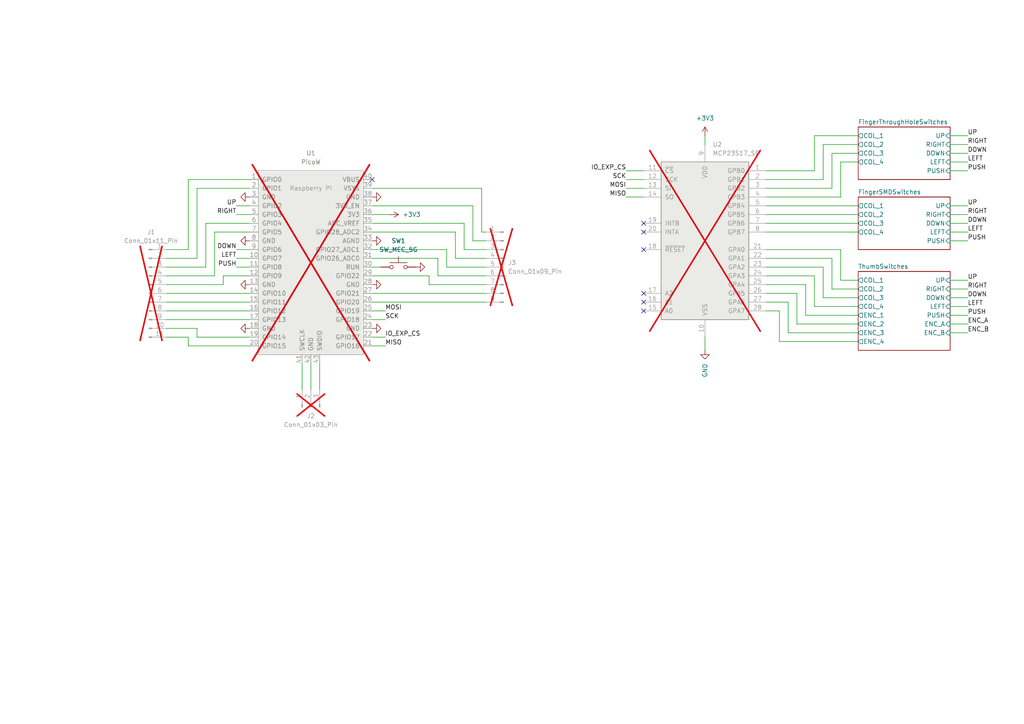
<source format=kicad_sch>
(kicad_sch (version 20230121) (generator eeschema)
  (paper "A4")
  (lib_symbols
    (symbol "Connector:Conn_01x03_Pin" (pin_names (offset 1.016) hide)
      (property "Reference" "J" (at 0 5.08 0))
      (property "Value" "Conn_01x03_Pin" (at 0 -5.08 0))
      (symbol "Conn_01x03_Pin_1_1"
        (polyline (pts (xy 1.27 -2.54) (xy 0.8636 -2.54)) (stroke (width 0.1524)))
        (polyline (pts (xy 1.27 0) (xy 0.8636 0)) (stroke (width 0.1524)))
        (polyline (pts (xy 1.27 2.54) (xy 0.8636 2.54)) (stroke (width 0.1524)))
        (rectangle (start 0.8636 -2.413) (end 0 -2.667) (stroke (width 0.1524)) (fill (type outline)))
        (rectangle (start 0.8636 0.127) (end 0 -0.127) (stroke (width 0.1524)) (fill (type outline)))
        (rectangle (start 0.8636 2.667) (end 0 2.413) (stroke (width 0.1524)) (fill (type outline)))
        (pin passive line (at 5.08 2.54 180) (length 3.81) (name "Pin_1") (number "1"))
        (pin passive line (at 5.08 0 180) (length 3.81) (name "Pin_2") (number "2"))
        (pin passive line (at 5.08 -2.54 180) (length 3.81) (name "Pin_3") (number "3"))
      )
    )
    (symbol "Connector:Conn_01x09_Pin" (pin_names (offset 1.016) hide)
      (property "Reference" "J" (at 0 12.7 0))
      (property "Value" "Conn_01x09_Pin" (at 0 -12.7 0))
      (symbol "Conn_01x09_Pin_1_1"
        (polyline (pts (xy 1.27 -10.16) (xy 0.8636 -10.16)) (stroke (width 0.1524)))
        (polyline (pts (xy 1.27 -7.62) (xy 0.8636 -7.62)) (stroke (width 0.1524)))
        (polyline (pts (xy 1.27 -5.08) (xy 0.8636 -5.08)) (stroke (width 0.1524)))
        (polyline (pts (xy 1.27 -2.54) (xy 0.8636 -2.54)) (stroke (width 0.1524)))
        (polyline (pts (xy 1.27 0) (xy 0.8636 0)) (stroke (width 0.1524)))
        (polyline (pts (xy 1.27 2.54) (xy 0.8636 2.54)) (stroke (width 0.1524)))
        (polyline (pts (xy 1.27 5.08) (xy 0.8636 5.08)) (stroke (width 0.1524)))
        (polyline (pts (xy 1.27 7.62) (xy 0.8636 7.62)) (stroke (width 0.1524)))
        (polyline (pts (xy 1.27 10.16) (xy 0.8636 10.16)) (stroke (width 0.1524)))
        (rectangle (start 0.8636 -10.033) (end 0 -10.287) (stroke (width 0.1524)) (fill (type outline)))
        (rectangle (start 0.8636 -7.493) (end 0 -7.747) (stroke (width 0.1524)) (fill (type outline)))
        (rectangle (start 0.8636 -4.953) (end 0 -5.207) (stroke (width 0.1524)) (fill (type outline)))
        (rectangle (start 0.8636 -2.413) (end 0 -2.667) (stroke (width 0.1524)) (fill (type outline)))
        (rectangle (start 0.8636 0.127) (end 0 -0.127) (stroke (width 0.1524)) (fill (type outline)))
        (rectangle (start 0.8636 2.667) (end 0 2.413) (stroke (width 0.1524)) (fill (type outline)))
        (rectangle (start 0.8636 5.207) (end 0 4.953) (stroke (width 0.1524)) (fill (type outline)))
        (rectangle (start 0.8636 7.747) (end 0 7.493) (stroke (width 0.1524)) (fill (type outline)))
        (rectangle (start 0.8636 10.287) (end 0 10.033) (stroke (width 0.1524)) (fill (type outline)))
        (pin passive line (at 5.08 10.16 180) (length 3.81) (name "Pin_1") (number "1"))
        (pin passive line (at 5.08 7.62 180) (length 3.81) (name "Pin_2") (number "2"))
        (pin passive line (at 5.08 5.08 180) (length 3.81) (name "Pin_3") (number "3"))
        (pin passive line (at 5.08 2.54 180) (length 3.81) (name "Pin_4") (number "4"))
        (pin passive line (at 5.08 0 180) (length 3.81) (name "Pin_5") (number "5"))
        (pin passive line (at 5.08 -2.54 180) (length 3.81) (name "Pin_6") (number "6"))
        (pin passive line (at 5.08 -5.08 180) (length 3.81) (name "Pin_7") (number "7"))
        (pin passive line (at 5.08 -7.62 180) (length 3.81) (name "Pin_8") (number "8"))
        (pin passive line (at 5.08 -10.16 180) (length 3.81) (name "Pin_9") (number "9"))
      )
    )
    (symbol "Connector:Conn_01x11_Pin" (pin_names (offset 1.016) hide)
      (property "Reference" "J" (at 0 15.24 0))
      (property "Value" "Conn_01x11_Pin" (at 0 -15.24 0))
      (symbol "Conn_01x11_Pin_1_1"
        (polyline (pts (xy 1.27 -12.7) (xy 0.8636 -12.7)) (stroke (width 0.1524)))
        (polyline (pts (xy 1.27 -10.16) (xy 0.8636 -10.16)) (stroke (width 0.1524)))
        (polyline (pts (xy 1.27 -7.62) (xy 0.8636 -7.62)) (stroke (width 0.1524)))
        (polyline (pts (xy 1.27 -5.08) (xy 0.8636 -5.08)) (stroke (width 0.1524)))
        (polyline (pts (xy 1.27 -2.54) (xy 0.8636 -2.54)) (stroke (width 0.1524)))
        (polyline (pts (xy 1.27 0) (xy 0.8636 0)) (stroke (width 0.1524)))
        (polyline (pts (xy 1.27 2.54) (xy 0.8636 2.54)) (stroke (width 0.1524)))
        (polyline (pts (xy 1.27 5.08) (xy 0.8636 5.08)) (stroke (width 0.1524)))
        (polyline (pts (xy 1.27 7.62) (xy 0.8636 7.62)) (stroke (width 0.1524)))
        (polyline (pts (xy 1.27 10.16) (xy 0.8636 10.16)) (stroke (width 0.1524)))
        (polyline (pts (xy 1.27 12.7) (xy 0.8636 12.7)) (stroke (width 0.1524)))
        (rectangle (start 0.8636 -12.573) (end 0 -12.827) (stroke (width 0.1524)) (fill (type outline)))
        (rectangle (start 0.8636 -10.033) (end 0 -10.287) (stroke (width 0.1524)) (fill (type outline)))
        (rectangle (start 0.8636 -7.493) (end 0 -7.747) (stroke (width 0.1524)) (fill (type outline)))
        (rectangle (start 0.8636 -4.953) (end 0 -5.207) (stroke (width 0.1524)) (fill (type outline)))
        (rectangle (start 0.8636 -2.413) (end 0 -2.667) (stroke (width 0.1524)) (fill (type outline)))
        (rectangle (start 0.8636 0.127) (end 0 -0.127) (stroke (width 0.1524)) (fill (type outline)))
        (rectangle (start 0.8636 2.667) (end 0 2.413) (stroke (width 0.1524)) (fill (type outline)))
        (rectangle (start 0.8636 5.207) (end 0 4.953) (stroke (width 0.1524)) (fill (type outline)))
        (rectangle (start 0.8636 7.747) (end 0 7.493) (stroke (width 0.1524)) (fill (type outline)))
        (rectangle (start 0.8636 10.287) (end 0 10.033) (stroke (width 0.1524)) (fill (type outline)))
        (rectangle (start 0.8636 12.827) (end 0 12.573) (stroke (width 0.1524)) (fill (type outline)))
        (pin passive line (at 5.08 12.7 180) (length 3.81) (name "Pin_1") (number "1"))
        (pin passive line (at 5.08 -10.16 180) (length 3.81) (name "Pin_10") (number "10"))
        (pin passive line (at 5.08 -12.7 180) (length 3.81) (name "Pin_11") (number "11"))
        (pin passive line (at 5.08 10.16 180) (length 3.81) (name "Pin_2") (number "2"))
        (pin passive line (at 5.08 7.62 180) (length 3.81) (name "Pin_3") (number "3"))
        (pin passive line (at 5.08 5.08 180) (length 3.81) (name "Pin_4") (number "4"))
        (pin passive line (at 5.08 2.54 180) (length 3.81) (name "Pin_5") (number "5"))
        (pin passive line (at 5.08 0 180) (length 3.81) (name "Pin_6") (number "6"))
        (pin passive line (at 5.08 -2.54 180) (length 3.81) (name "Pin_7") (number "7"))
        (pin passive line (at 5.08 -5.08 180) (length 3.81) (name "Pin_8") (number "8"))
        (pin passive line (at 5.08 -7.62 180) (length 3.81) (name "Pin_9") (number "9"))
      )
    )
    (symbol "Interface_Expansion:MCP23S17_SP" (pin_names (offset 1.016))
      (property "Reference" "U" (at -11.43 24.13 0))
      (property "Value" "MCP23S17_SP" (at 0 0 0))
      (symbol "MCP23S17_SP_0_1"
        (rectangle (start -12.7 22.86) (end 12.7 -22.86) (stroke (width 0.254)) (fill (type background)))
      )
      (symbol "MCP23S17_SP_1_1"
        (pin bidirectional line (at 17.78 20.32 180) (length 5.08) (name "GPB0") (number "1"))
        (pin power_in line (at 0 -27.94 90) (length 5.08) (name "VSS") (number "10"))
        (pin input line (at -17.78 20.32 0) (length 5.08) (name "~{CS}") (number "11"))
        (pin input line (at -17.78 17.78 0) (length 5.08) (name "SCK") (number "12"))
        (pin input line (at -17.78 15.24 0) (length 5.08) (name "SI") (number "13"))
        (pin output line (at -17.78 12.7 0) (length 5.08) (name "SO") (number "14"))
        (pin input line (at -17.78 -20.32 0) (length 5.08) (name "A0") (number "15"))
        (pin input line (at -17.78 -17.78 0) (length 5.08) (name "A1") (number "16"))
        (pin input line (at -17.78 -15.24 0) (length 5.08) (name "A2") (number "17"))
        (pin input line (at -17.78 -2.54 0) (length 5.08) (name "~{RESET}") (number "18"))
        (pin tri_state line (at -17.78 5.08 0) (length 5.08) (name "INTB") (number "19"))
        (pin bidirectional line (at 17.78 17.78 180) (length 5.08) (name "GPB1") (number "2"))
        (pin tri_state line (at -17.78 2.54 0) (length 5.08) (name "INTA") (number "20"))
        (pin bidirectional line (at 17.78 -2.54 180) (length 5.08) (name "GPA0") (number "21"))
        (pin bidirectional line (at 17.78 -5.08 180) (length 5.08) (name "GPA1") (number "22"))
        (pin bidirectional line (at 17.78 -7.62 180) (length 5.08) (name "GPA2") (number "23"))
        (pin bidirectional line (at 17.78 -10.16 180) (length 5.08) (name "GPA3") (number "24"))
        (pin bidirectional line (at 17.78 -12.7 180) (length 5.08) (name "GPA4") (number "25"))
        (pin bidirectional line (at 17.78 -15.24 180) (length 5.08) (name "GPA5") (number "26"))
        (pin bidirectional line (at 17.78 -17.78 180) (length 5.08) (name "GPA6") (number "27"))
        (pin bidirectional line (at 17.78 -20.32 180) (length 5.08) (name "GPA7") (number "28"))
        (pin bidirectional line (at 17.78 15.24 180) (length 5.08) (name "GPB2") (number "3"))
        (pin bidirectional line (at 17.78 12.7 180) (length 5.08) (name "GPB3") (number "4"))
        (pin bidirectional line (at 17.78 10.16 180) (length 5.08) (name "GPB4") (number "5"))
        (pin bidirectional line (at 17.78 7.62 180) (length 5.08) (name "GPB5") (number "6"))
        (pin bidirectional line (at 17.78 5.08 180) (length 5.08) (name "GPB6") (number "7"))
        (pin bidirectional line (at 17.78 2.54 180) (length 5.08) (name "GPB7") (number "8"))
        (pin power_in line (at 0 27.94 270) (length 5.08) (name "VDD") (number "9"))
      )
    )
    (symbol "Raspberry:PicoW" (pin_names (offset 1.016))
      (property "Reference" "U" (at -13.97 27.94 0))
      (property "Value" "PicoW" (at 0 19.05 0))
      (symbol "PicoW_0_0"
        (text "Raspberry Pi" (at 0 21.59 0) (effects (font (size 1.27 1.27))))
      )
      (symbol "PicoW_0_1"
        (rectangle (start -15.24 26.67) (end 15.24 -26.67) (fill (type background)))
      )
      (symbol "PicoW_1_1"
        (pin bidirectional line (at -17.78 24.13 0) (length 2.54) (name "GPIO0") (number "1"))
        (pin bidirectional line (at -17.78 1.27 0) (length 2.54) (name "GPIO7") (number "10"))
        (pin bidirectional line (at -17.78 -1.27 0) (length 2.54) (name "GPIO8") (number "11"))
        (pin bidirectional line (at -17.78 -3.81 0) (length 2.54) (name "GPIO9") (number "12"))
        (pin power_in line (at -17.78 -6.35 0) (length 2.54) (name "GND") (number "13"))
        (pin bidirectional line (at -17.78 -8.89 0) (length 2.54) (name "GPIO10") (number "14"))
        (pin bidirectional line (at -17.78 -11.43 0) (length 2.54) (name "GPIO11") (number "15"))
        (pin bidirectional line (at -17.78 -13.97 0) (length 2.54) (name "GPIO12") (number "16"))
        (pin bidirectional line (at -17.78 -16.51 0) (length 2.54) (name "GPIO13") (number "17"))
        (pin power_in line (at -17.78 -19.05 0) (length 2.54) (name "GND") (number "18"))
        (pin bidirectional line (at -17.78 -21.59 0) (length 2.54) (name "GPIO14") (number "19"))
        (pin bidirectional line (at -17.78 21.59 0) (length 2.54) (name "GPIO1") (number "2"))
        (pin bidirectional line (at -17.78 -24.13 0) (length 2.54) (name "GPIO15") (number "20"))
        (pin bidirectional line (at 17.78 -24.13 180) (length 2.54) (name "GPIO16") (number "21"))
        (pin bidirectional line (at 17.78 -21.59 180) (length 2.54) (name "GPIO17") (number "22"))
        (pin power_in line (at 17.78 -19.05 180) (length 2.54) (name "GND") (number "23"))
        (pin bidirectional line (at 17.78 -16.51 180) (length 2.54) (name "GPIO18") (number "24"))
        (pin bidirectional line (at 17.78 -13.97 180) (length 2.54) (name "GPIO19") (number "25"))
        (pin bidirectional line (at 17.78 -11.43 180) (length 2.54) (name "GPIO20") (number "26"))
        (pin bidirectional line (at 17.78 -8.89 180) (length 2.54) (name "GPIO21") (number "27"))
        (pin power_in line (at 17.78 -6.35 180) (length 2.54) (name "GND") (number "28"))
        (pin bidirectional line (at 17.78 -3.81 180) (length 2.54) (name "GPIO22") (number "29"))
        (pin power_in line (at -17.78 19.05 0) (length 2.54) (name "GND") (number "3"))
        (pin input line (at 17.78 -1.27 180) (length 2.54) (name "RUN") (number "30"))
        (pin bidirectional line (at 17.78 1.27 180) (length 2.54) (name "GPIO26_ADC0") (number "31"))
        (pin bidirectional line (at 17.78 3.81 180) (length 2.54) (name "GPIO27_ADC1") (number "32"))
        (pin power_in line (at 17.78 6.35 180) (length 2.54) (name "AGND") (number "33"))
        (pin bidirectional line (at 17.78 8.89 180) (length 2.54) (name "GPIO28_ADC2") (number "34"))
        (pin unspecified line (at 17.78 11.43 180) (length 2.54) (name "ADC_VREF") (number "35"))
        (pin unspecified line (at 17.78 13.97 180) (length 2.54) (name "3V3") (number "36"))
        (pin input line (at 17.78 16.51 180) (length 2.54) (name "3V3_EN") (number "37"))
        (pin bidirectional line (at 17.78 19.05 180) (length 2.54) (name "GND") (number "38"))
        (pin unspecified line (at 17.78 21.59 180) (length 2.54) (name "VSYS") (number "39"))
        (pin bidirectional line (at -17.78 16.51 0) (length 2.54) (name "GPIO2") (number "4"))
        (pin unspecified line (at 17.78 24.13 180) (length 2.54) (name "VBUS") (number "40"))
        (pin input line (at -2.54 -29.21 90) (length 2.54) (name "SWCLK") (number "41"))
        (pin power_in line (at 0 -29.21 90) (length 2.54) (name "GND") (number "42"))
        (pin bidirectional line (at 2.54 -29.21 90) (length 2.54) (name "SWDIO") (number "43"))
        (pin bidirectional line (at -17.78 13.97 0) (length 2.54) (name "GPIO3") (number "5"))
        (pin bidirectional line (at -17.78 11.43 0) (length 2.54) (name "GPIO4") (number "6"))
        (pin bidirectional line (at -17.78 8.89 0) (length 2.54) (name "GPIO5") (number "7"))
        (pin power_in line (at -17.78 6.35 0) (length 2.54) (name "GND") (number "8"))
        (pin bidirectional line (at -17.78 3.81 0) (length 2.54) (name "GPIO6") (number "9"))
      )
    )
    (symbol "Switch:SW_MEC_5G" (pin_numbers hide) (pin_names (offset 1.016) hide)
      (property "Reference" "SW" (at 1.27 2.54 0))
      (property "Value" "SW_MEC_5G" (at 0 -1.524 0))
      (symbol "SW_MEC_5G_0_1"
        (circle (center -2.032 0) (radius 0.508))
        (polyline (pts (xy 0 1.27) (xy 0 3.048)))
        (polyline (pts (xy 2.54 1.27) (xy -2.54 1.27)))
        (circle (center 2.032 0) (radius 0.508))
        (pin passive line (at -5.08 0 0) (length 2.54) (name "A") (number "1"))
        (pin passive line (at 5.08 0 180) (length 2.54) (name "B") (number "3"))
      )
      (symbol "SW_MEC_5G_1_1"
        (pin passive line (at -5.08 0 0) (length 2.54) hide (name "A") (number "2"))
        (pin passive line (at 5.08 0 180) (length 2.54) hide (name "B") (number "4"))
      )
    )
    (symbol "power:+3V3" (power) (pin_names (offset 0))
      (property "Value" "+3V3" (at 0 3.556 0))
      (symbol "+3V3_0_1"
        (polyline (pts (xy -0.762 1.27) (xy 0 2.54)))
        (polyline (pts (xy 0 0) (xy 0 2.54)))
        (polyline (pts (xy 0 2.54) (xy 0.762 1.27)))
      )
      (symbol "+3V3_1_1"
        (pin power_in line (at 0 0 90) (length 0) hide (name "+3V3") (number "1"))
      )
    )
    (symbol "power:GND" (power) (pin_names (offset 0))
      (property "Value" "GND" (at 0 -3.81 0))
      (symbol "GND_0_1"
        (polyline (pts (xy 0 0) (xy 0 -1.27) (xy 1.27 -1.27) (xy 0 -2.54) (xy -1.27 -1.27) (xy 0 -1.27)))
      )
      (symbol "GND_1_1"
        (pin power_in line (at 0 0 270) (length 0) hide (name "GND") (number "1"))
      )
    )
  )
  (no_connect (at 186.69 87.63))
  (no_connect (at 186.69 85.09))
  (no_connect (at 186.69 67.31))
  (no_connect (at 186.69 72.39))
  (no_connect (at 186.69 90.17))
  (no_connect (at 107.95 52.07))
  (no_connect (at 186.69 64.77))
  (wire (pts (xy 134.62 72.39) (xy 134.62 64.77)))
  (wire (pts (xy 233.68 82.55) (xy 222.25 82.55)))
  (wire (pts (xy 127 80.01) (xy 140.97 80.01)))
  (wire (pts (xy 87.63 105.41) (xy 87.63 113.03)))
  (wire (pts (xy 222.25 59.69) (xy 248.92 59.69)))
  (wire (pts (xy 62.23 67.31) (xy 62.23 80.01)))
  (wire (pts (xy 124.46 82.55) (xy 124.46 80.01)))
  (wire (pts (xy 248.92 83.82) (xy 241.3 83.82)))
  (wire (pts (xy 248.92 93.98) (xy 231.14 93.98)))
  (wire (pts (xy 181.61 54.61) (xy 186.69 54.61)))
  (wire (pts (xy 204.47 39.37) (xy 204.47 41.91)))
  (wire (pts (xy 222.25 87.63) (xy 228.6 87.63)))
  (wire (pts (xy 68.58 62.23) (xy 72.39 62.23)))
  (wire (pts (xy 48.26 92.71) (xy 72.39 92.71)))
  (wire (pts (xy 107.95 77.47) (xy 110.49 77.47)))
  (wire (pts (xy 236.22 39.37) (xy 236.22 49.53)))
  (wire (pts (xy 72.39 67.31) (xy 62.23 67.31)))
  (wire (pts (xy 181.61 57.15) (xy 186.69 57.15)))
  (wire (pts (xy 107.95 85.09) (xy 140.97 85.09)))
  (wire (pts (xy 57.15 74.93) (xy 48.26 74.93)))
  (wire (pts (xy 140.97 72.39) (xy 134.62 72.39)))
  (wire (pts (xy 275.59 64.77) (xy 280.67 64.77)))
  (wire (pts (xy 140.97 82.55) (xy 124.46 82.55)))
  (wire (pts (xy 107.95 64.77) (xy 134.62 64.77)))
  (wire (pts (xy 243.84 46.99) (xy 248.92 46.99)))
  (wire (pts (xy 72.39 54.61) (xy 57.15 54.61)))
  (wire (pts (xy 57.15 95.25) (xy 48.26 95.25)))
  (wire (pts (xy 233.68 91.44) (xy 233.68 82.55)))
  (wire (pts (xy 275.59 83.82) (xy 280.67 83.82)))
  (wire (pts (xy 222.25 72.39) (xy 243.84 72.39)))
  (wire (pts (xy 129.54 72.39) (xy 129.54 77.47)))
  (wire (pts (xy 54.61 52.07) (xy 54.61 72.39)))
  (wire (pts (xy 228.6 87.63) (xy 228.6 96.52)))
  (wire (pts (xy 275.59 81.28) (xy 280.67 81.28)))
  (wire (pts (xy 248.92 44.45) (xy 241.3 44.45)))
  (wire (pts (xy 92.71 105.41) (xy 92.71 113.03)))
  (wire (pts (xy 275.59 91.44) (xy 280.67 91.44)))
  (wire (pts (xy 72.39 80.01) (xy 64.77 80.01)))
  (wire (pts (xy 275.59 69.85) (xy 280.67 69.85)))
  (wire (pts (xy 107.95 62.23) (xy 113.03 62.23)))
  (wire (pts (xy 107.95 87.63) (xy 140.97 87.63)))
  (wire (pts (xy 64.77 82.55) (xy 48.26 82.55)))
  (wire (pts (xy 72.39 59.69) (xy 68.58 59.69)))
  (wire (pts (xy 107.95 59.69) (xy 137.16 59.69)))
  (wire (pts (xy 181.61 49.53) (xy 186.69 49.53)))
  (wire (pts (xy 140.97 69.85) (xy 137.16 69.85)))
  (wire (pts (xy 243.84 81.28) (xy 248.92 81.28)))
  (wire (pts (xy 107.95 74.93) (xy 127 74.93)))
  (wire (pts (xy 243.84 46.99) (xy 243.84 57.15)))
  (wire (pts (xy 90.17 105.41) (xy 90.17 113.03)))
  (wire (pts (xy 107.95 90.17) (xy 111.76 90.17)))
  (wire (pts (xy 111.76 100.33) (xy 107.95 100.33)))
  (wire (pts (xy 238.76 52.07) (xy 238.76 41.91)))
  (wire (pts (xy 59.69 77.47) (xy 48.26 77.47)))
  (wire (pts (xy 275.59 59.69) (xy 280.67 59.69)))
  (wire (pts (xy 228.6 96.52) (xy 248.92 96.52)))
  (wire (pts (xy 241.3 54.61) (xy 222.25 54.61)))
  (wire (pts (xy 275.59 46.99) (xy 280.67 46.99)))
  (wire (pts (xy 72.39 64.77) (xy 59.69 64.77)))
  (wire (pts (xy 68.58 77.47) (xy 72.39 77.47)))
  (wire (pts (xy 248.92 99.06) (xy 226.06 99.06)))
  (wire (pts (xy 129.54 77.47) (xy 140.97 77.47)))
  (wire (pts (xy 275.59 88.9) (xy 280.67 88.9)))
  (wire (pts (xy 107.95 97.79) (xy 111.76 97.79)))
  (wire (pts (xy 57.15 97.79) (xy 57.15 95.25)))
  (wire (pts (xy 275.59 44.45) (xy 280.67 44.45)))
  (wire (pts (xy 222.25 74.93) (xy 241.3 74.93)))
  (wire (pts (xy 54.61 97.79) (xy 48.26 97.79)))
  (wire (pts (xy 222.25 64.77) (xy 248.92 64.77)))
  (wire (pts (xy 248.92 88.9) (xy 236.22 88.9)))
  (wire (pts (xy 57.15 54.61) (xy 57.15 74.93)))
  (wire (pts (xy 72.39 97.79) (xy 57.15 97.79)))
  (wire (pts (xy 54.61 72.39) (xy 48.26 72.39)))
  (wire (pts (xy 72.39 52.07) (xy 54.61 52.07)))
  (wire (pts (xy 124.46 80.01) (xy 107.95 80.01)))
  (wire (pts (xy 226.06 90.17) (xy 222.25 90.17)))
  (wire (pts (xy 275.59 41.91) (xy 280.67 41.91)))
  (wire (pts (xy 238.76 86.36) (xy 238.76 77.47)))
  (wire (pts (xy 54.61 100.33) (xy 54.61 97.79)))
  (wire (pts (xy 238.76 77.47) (xy 222.25 77.47)))
  (wire (pts (xy 107.95 54.61) (xy 139.7 54.61)))
  (wire (pts (xy 231.14 85.09) (xy 222.25 85.09)))
  (wire (pts (xy 222.25 62.23) (xy 248.92 62.23)))
  (wire (pts (xy 72.39 100.33) (xy 54.61 100.33)))
  (wire (pts (xy 248.92 39.37) (xy 236.22 39.37)))
  (wire (pts (xy 243.84 72.39) (xy 243.84 81.28)))
  (wire (pts (xy 204.47 97.79) (xy 204.47 101.6)))
  (wire (pts (xy 222.25 67.31) (xy 248.92 67.31)))
  (wire (pts (xy 64.77 80.01) (xy 64.77 82.55)))
  (wire (pts (xy 275.59 39.37) (xy 280.67 39.37)))
  (wire (pts (xy 107.95 67.31) (xy 132.08 67.31)))
  (wire (pts (xy 68.58 72.39) (xy 72.39 72.39)))
  (wire (pts (xy 68.58 74.93) (xy 72.39 74.93)))
  (wire (pts (xy 48.26 90.17) (xy 72.39 90.17)))
  (wire (pts (xy 181.61 52.07) (xy 186.69 52.07)))
  (wire (pts (xy 236.22 49.53) (xy 222.25 49.53)))
  (wire (pts (xy 226.06 99.06) (xy 226.06 90.17)))
  (wire (pts (xy 111.76 92.71) (xy 107.95 92.71)))
  (wire (pts (xy 236.22 80.01) (xy 222.25 80.01)))
  (wire (pts (xy 248.92 91.44) (xy 233.68 91.44)))
  (wire (pts (xy 132.08 67.31) (xy 132.08 74.93)))
  (wire (pts (xy 222.25 52.07) (xy 238.76 52.07)))
  (wire (pts (xy 222.25 57.15) (xy 243.84 57.15)))
  (wire (pts (xy 59.69 64.77) (xy 59.69 77.47)))
  (wire (pts (xy 275.59 62.23) (xy 280.67 62.23)))
  (wire (pts (xy 137.16 69.85) (xy 137.16 59.69)))
  (wire (pts (xy 48.26 87.63) (xy 72.39 87.63)))
  (wire (pts (xy 107.95 72.39) (xy 129.54 72.39)))
  (wire (pts (xy 139.7 54.61) (xy 139.7 67.31)))
  (wire (pts (xy 231.14 93.98) (xy 231.14 85.09)))
  (wire (pts (xy 241.3 83.82) (xy 241.3 74.93)))
  (wire (pts (xy 241.3 44.45) (xy 241.3 54.61)))
  (wire (pts (xy 62.23 80.01) (xy 48.26 80.01)))
  (wire (pts (xy 236.22 88.9) (xy 236.22 80.01)))
  (wire (pts (xy 248.92 86.36) (xy 238.76 86.36)))
  (wire (pts (xy 127 74.93) (xy 127 80.01)))
  (wire (pts (xy 238.76 41.91) (xy 248.92 41.91)))
  (wire (pts (xy 275.59 96.52) (xy 280.67 96.52)))
  (wire (pts (xy 132.08 74.93) (xy 140.97 74.93)))
  (wire (pts (xy 139.7 67.31) (xy 140.97 67.31)))
  (wire (pts (xy 48.26 85.09) (xy 72.39 85.09)))
  (wire (pts (xy 275.59 67.31) (xy 280.67 67.31)))
  (wire (pts (xy 275.59 49.53) (xy 280.67 49.53)))
  (wire (pts (xy 275.59 86.36) (xy 280.67 86.36)))
  (wire (pts (xy 275.59 93.98) (xy 280.67 93.98)))
  (label "PUSH" (at 280.67 49.53 0))
  (label "UP" (at 280.67 81.28 0))
  (label "RIGHT" (at 280.67 62.23 0))
  (label "SCK" (at 111.76 92.71 0))
  (label "MOSI" (at 181.61 54.61 180))
  (label "MOSI" (at 111.76 90.17 0))
  (label "LEFT" (at 68.58 74.93 180))
  (label "DOWN" (at 68.58 72.39 180))
  (label "MISO" (at 181.61 57.15 180))
  (label "LEFT" (at 280.67 46.99 0))
  (label "LEFT" (at 280.67 88.9 0))
  (label "PUSH" (at 68.58 77.47 180))
  (label "RIGHT" (at 68.58 62.23 180))
  (label "LEFT" (at 280.67 67.31 0))
  (label "ENC_B" (at 280.67 96.52 0))
  (label "IO_EXP_CS" (at 111.76 97.79 0))
  (label "IO_EXP_CS" (at 181.61 49.53 180))
  (label "DOWN" (at 280.67 44.45 0))
  (label "PUSH" (at 280.67 91.44 0))
  (label "RIGHT" (at 280.67 83.82 0))
  (label "DOWN" (at 280.67 64.77 0))
  (label "MISO" (at 111.76 100.33 0))
  (label "PUSH" (at 280.67 69.85 0))
  (label "DOWN" (at 280.67 86.36 0))
  (label "RIGHT" (at 280.67 41.91 0))
  (label "SCK" (at 181.61 52.07 180))
  (label "UP" (at 68.58 59.69 180))
  (label "UP" (at 280.67 59.69 0))
  (label "ENC_A" (at 280.67 93.98 0))
  (label "UP" (at 280.67 39.37 0))
  (symbol (lib_id "power:GND") (at 72.39 57.15 270) (unit 1)
    (property "Reference" "#PWR01" (effects hide))
    (property "Value" "GND" (effects hide))
  )
  (symbol (lib_id "power:GND") (at 72.39 69.85 270) (unit 1)
    (property "Reference" "#PWR02" (effects hide))
    (property "Value" "GND" (effects hide))
  )
  (symbol (lib_id "Interface_Expansion:MCP23S17_SP") (at 204.47 69.85 0) (unit 1) (dnp yes)
    (property "Reference" "U2" (at 206.6641 41.91 0) (effects (justify left)))
    (property "Value" "MCP23S17_SP" (at 206.6641 44.45 0) (effects (justify left)))
    (property "Footprint" "Package_DIP:DIP-28_W7.62mm" (effects hide))
    (property "Datasheet" "http://ww1.microchip.com/downloads/en/DeviceDoc/20001952C.pdf" (effects hide))
  )
  (symbol (lib_id "Connector:Conn_01x09_Pin") (at 146.05 77.47 0) (mirror y) (unit 1) (dnp yes)
    (property "Reference" "J3" (at 147.32 76.2 0) (effects (justify right)))
    (property "Value" "Conn_01x09_Pin" (at 147.32 78.74 0) (effects (justify right)))
    (property "Footprint" "Connector_PinHeader_1.27mm:PinHeader_1x09_P1.27mm_Vertical" (effects hide))
  )
  (symbol (lib_id "Raspberry:PicoW") (at 90.17 76.2 0) (unit 1) (dnp yes)
    (property "Reference" "U1" (at 90.17 44.45 0))
    (property "Value" "PicoW" (at 90.17 46.99 0))
    (property "Footprint" "Raspberry:RPi_PicoW_SMD_TH" (effects hide))
  )
  (symbol (lib_id "Switch:SW_MEC_5G") (at 115.57 77.47 0) (unit 1)
    (property "Reference" "SW1" (at 115.57 69.85 0))
    (property "Value" "SW_MEC_5G" (at 115.57 72.39 0))
    (property "Footprint" "Button_Switch_SMD:SW_MEC_5GSH9" (effects hide))
    (property "Datasheet" "http://www.apem.com/int/index.php?controller=attachment&id_attachment=488" (effects hide))
  )
  (symbol (lib_id "power:GND") (at 72.39 95.25 270) (unit 1)
    (property "Reference" "#PWR04" (effects hide))
    (property "Value" "GND" (effects hide))
  )
  (symbol (lib_id "power:GND") (at 107.95 69.85 90) (unit 1)
    (property "Reference" "#PWR06" (effects hide))
    (property "Value" "GND" (effects hide))
  )
  (symbol (lib_id "Connector:Conn_01x03_Pin") (at 90.17 118.11 90) (unit 1) (dnp yes)
    (property "Reference" "J2" (at 90.17 120.65 90))
    (property "Value" "Conn_01x03_Pin" (at 90.17 123.19 90))
    (property "Footprint" "Connector_PinHeader_1.27mm:PinHeader_1x03_P1.27mm_Vertical" (effects hide))
  )
  (symbol (lib_id "power:+3V3") (at 204.47 39.37 0) (unit 1)
    (property "Reference" "#PWR011" (effects hide))
    (property "Value" "+3V3" (at 204.47 34.29 0))
  )
  (symbol (lib_id "power:GND") (at 204.47 101.6 0) (unit 1)
    (property "Reference" "#PWR012" (effects hide))
    (property "Value" "GND" (at 204.47 105.41 90) (effects (justify right)))
  )
  (symbol (lib_id "power:GND") (at 107.95 57.15 90) (unit 1)
    (property "Reference" "#PWR05" (effects hide))
    (property "Value" "GND" (effects hide))
  )
  (symbol (lib_id "power:GND") (at 107.95 82.55 90) (unit 1)
    (property "Reference" "#PWR07" (effects hide))
    (property "Value" "GND" (effects hide))
  )
  (symbol (lib_id "Connector:Conn_01x11_Pin") (at 43.18 85.09 0) (unit 1) (dnp yes)
    (property "Reference" "J1" (at 43.815 67.31 0))
    (property "Value" "Conn_01x11_Pin" (at 43.815 69.85 0))
    (property "Footprint" "Connector_PinHeader_1.27mm:PinHeader_1x11_P1.27mm_Vertical" (effects hide))
  )
  (symbol (lib_id "power:GND") (at 120.65 77.47 90) (unit 1)
    (property "Reference" "#PWR010" (effects hide))
    (property "Value" "GND" (effects hide))
  )
  (symbol (lib_id "power:GND") (at 72.39 82.55 270) (unit 1)
    (property "Reference" "#PWR03" (effects hide))
    (property "Value" "GND" (effects hide))
  )
  (symbol (lib_id "power:+3V3") (at 113.03 62.23 270) (unit 1)
    (property "Reference" "#PWR09" (effects hide))
    (property "Value" "+3V3" (at 119.38 62.23 90))
  )
  (symbol (lib_id "power:GND") (at 107.95 95.25 90) (unit 1)
    (property "Reference" "#PWR08" (effects hide))
    (property "Value" "GND" (effects hide))
  )
  (sheet (at 248.92 78.74) (size 26.67 22.86) (stroke (width 0.1524))
    (property "Sheetname" "ThumbSwitches" (at 248.92 78.0284 0) (effects (justify left bottom)))
    (property "Sheetfile" "thumb_switches.kicad_sch" (effects hide))
    (pin "DOWN" input (at 275.59 86.36 0))
    (pin "UP" input (at 275.59 81.28 0))
    (pin "PUSH" input (at 275.59 91.44 0))
    (pin "LEFT" input (at 275.59 88.9 0))
    (pin "RIGHT" input (at 275.59 83.82 0))
    (pin "ENC_B" input (at 275.59 96.52 0))
    (pin "ENC_1" output (at 248.92 91.44 180))
    (pin "ENC_A" input (at 275.59 93.98 0))
    (pin "ENC_3" output (at 248.92 96.52 180))
    (pin "ENC_2" output (at 248.92 93.98 180))
    (pin "ENC_4" output (at 248.92 99.06 180))
    (pin "COL_2" output (at 248.92 83.82 180))
    (pin "COL_1" output (at 248.92 81.28 180))
    (pin "COL_3" output (at 248.92 86.36 180))
    (pin "COL_4" output (at 248.92 88.9 180))
  )
  (sheet (at 248.92 57.15) (size 26.67 15.24) (stroke (width 0.1524))
    (property "Sheetname" "FingerSMDSwitches" (at 248.92 56.4384 0) (effects (justify left bottom)))
    (property "Sheetfile" "finger_smd_switches.kicad_sch" (effects hide))
    (pin "PUSH" input (at 275.59 69.85 0))
    (pin "COL_1" output (at 248.92 59.69 180))
    (pin "LEFT" input (at 275.59 67.31 0))
    (pin "UP" input (at 275.59 59.69 0))
    (pin "RIGHT" input (at 275.59 62.23 0))
    (pin "DOWN" input (at 275.59 64.77 0))
    (pin "COL_3" output (at 248.92 64.77 180))
    (pin "COL_2" output (at 248.92 62.23 180))
    (pin "COL_4" output (at 248.92 67.31 180))
  )
  (sheet (at 248.92 36.83) (size 26.67 15.24) (stroke (width 0.1524))
    (property "Sheetname" "FingerThroughHoleSwitches" (at 248.92 36.1184 0) (effects (justify left bottom)))
    (property "Sheetfile" "finger_through_hole_switches.kicad_sch" (effects hide))
    (pin "COL_4" output (at 248.92 46.99 180))
    (pin "COL_3" output (at 248.92 44.45 180))
    (pin "COL_2" output (at 248.92 41.91 180))
    (pin "COL_1" output (at 248.92 39.37 180))
    (pin "PUSH" input (at 275.59 49.53 0))
    (pin "DOWN" input (at 275.59 44.45 0))
    (pin "LEFT" input (at 275.59 46.99 0))
    (pin "RIGHT" input (at 275.59 41.91 0))
    (pin "UP" input (at 275.59 39.37 0))
  )
)
</source>
